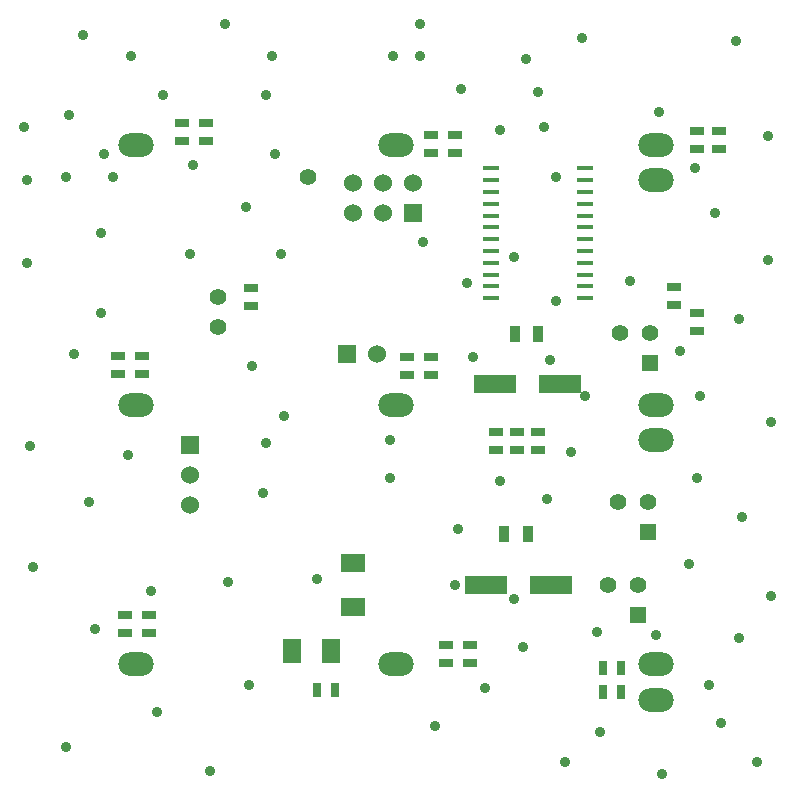
<source format=gts>
G04 (created by PCBNEW (2013-jul-07)-stable) date pon, 28 lis 2016, 06:01:28*
%MOIN*%
G04 Gerber Fmt 3.4, Leading zero omitted, Abs format*
%FSLAX34Y34*%
G01*
G70*
G90*
G04 APERTURE LIST*
%ADD10C,0.00393701*%
%ADD11R,0.055X0.055*%
%ADD12C,0.055*%
%ADD13R,0.0551X0.0138*%
%ADD14R,0.06X0.08*%
%ADD15R,0.08X0.06*%
%ADD16R,0.045X0.025*%
%ADD17R,0.025X0.045*%
%ADD18R,0.06X0.06*%
%ADD19C,0.06*%
%ADD20R,0.1417X0.063*%
%ADD21O,0.11811X0.0787402*%
%ADD22R,0.035X0.055*%
%ADD23C,0.0354331*%
G04 APERTURE END LIST*
G54D10*
G54D11*
X93300Y-43100D03*
G54D12*
X93300Y-42100D03*
X92300Y-42100D03*
G54D11*
X93216Y-48728D03*
G54D12*
X93216Y-47728D03*
X92216Y-47728D03*
G54D11*
X92900Y-51500D03*
G54D12*
X92900Y-50500D03*
X91900Y-50500D03*
G54D13*
X91141Y-40944D03*
X91141Y-40551D03*
X91141Y-40157D03*
X91141Y-39763D03*
X91141Y-39370D03*
X91141Y-38976D03*
X91141Y-38582D03*
X91141Y-38188D03*
X91141Y-37795D03*
X91141Y-37401D03*
X91141Y-37007D03*
X91141Y-36614D03*
X87992Y-36614D03*
X87992Y-37007D03*
X87992Y-37401D03*
X87992Y-37795D03*
X87992Y-38188D03*
X87992Y-38582D03*
X87992Y-38976D03*
X87992Y-39370D03*
X87992Y-39763D03*
X87992Y-40157D03*
X87992Y-40551D03*
X87992Y-40944D03*
G54D14*
X82650Y-52700D03*
X81350Y-52700D03*
G54D15*
X83400Y-51224D03*
X83400Y-49771D03*
G54D16*
X88150Y-46000D03*
X88150Y-45400D03*
X88850Y-46000D03*
X88850Y-45400D03*
X89550Y-46000D03*
X89550Y-45400D03*
X87300Y-52500D03*
X87300Y-53100D03*
G54D17*
X82200Y-54000D03*
X82800Y-54000D03*
G54D16*
X86500Y-52500D03*
X86500Y-53100D03*
X75800Y-51500D03*
X75800Y-52100D03*
X75557Y-42859D03*
X75557Y-43459D03*
G54D17*
X91747Y-54055D03*
X92347Y-54055D03*
G54D16*
X76357Y-42859D03*
X76357Y-43459D03*
G54D17*
X91747Y-53267D03*
X92347Y-53267D03*
G54D16*
X76600Y-51500D03*
X76600Y-52100D03*
X94881Y-41432D03*
X94881Y-42032D03*
X85200Y-42900D03*
X85200Y-43500D03*
X94094Y-40566D03*
X94094Y-41166D03*
X86000Y-42900D03*
X86000Y-43500D03*
X77702Y-35087D03*
X77702Y-35687D03*
X86800Y-36100D03*
X86800Y-35500D03*
X86000Y-36100D03*
X86000Y-35500D03*
X78502Y-35087D03*
X78502Y-35687D03*
X94881Y-35369D03*
X94881Y-35969D03*
X95590Y-35369D03*
X95590Y-35969D03*
X80000Y-41200D03*
X80000Y-40600D03*
G54D18*
X85400Y-38100D03*
G54D19*
X85400Y-37100D03*
X84400Y-38100D03*
X84400Y-37100D03*
X83400Y-38100D03*
X83400Y-37100D03*
G54D18*
X77952Y-45850D03*
G54D19*
X77952Y-46850D03*
X77952Y-47850D03*
G54D18*
X83200Y-42800D03*
G54D19*
X84200Y-42800D03*
G54D20*
X88117Y-43800D03*
X90283Y-43800D03*
X89983Y-50500D03*
X87817Y-50500D03*
G54D21*
X76181Y-53149D03*
X84842Y-53149D03*
X93503Y-53149D03*
X76181Y-44488D03*
X84842Y-44488D03*
X93503Y-44488D03*
X76181Y-35826D03*
X84842Y-35826D03*
X93503Y-35826D03*
X93503Y-37007D03*
X93503Y-45669D03*
X93503Y-54330D03*
G54D12*
X78900Y-41900D03*
X78900Y-40900D03*
X81900Y-36900D03*
G54D22*
X88425Y-48800D03*
X89234Y-48800D03*
X89548Y-42125D03*
X88798Y-42125D03*
G54D23*
X72539Y-37007D03*
X72539Y-39763D03*
X72637Y-45866D03*
X74606Y-47736D03*
X74803Y-51968D03*
X76673Y-50688D03*
X75885Y-46161D03*
X74114Y-42814D03*
X73818Y-36909D03*
X72440Y-35236D03*
X73917Y-34842D03*
X75984Y-32874D03*
X84744Y-32874D03*
X80708Y-32874D03*
X80511Y-34153D03*
X77066Y-34153D03*
X75098Y-36122D03*
X74409Y-32185D03*
X79133Y-31791D03*
X85629Y-31791D03*
X85629Y-32874D03*
X89173Y-32972D03*
X91043Y-32283D03*
X93602Y-34744D03*
X97244Y-35531D03*
X95472Y-38090D03*
X97244Y-39665D03*
X97342Y-45078D03*
X97342Y-50885D03*
X96850Y-56397D03*
X93700Y-56791D03*
X90452Y-56397D03*
X87795Y-53937D03*
X89074Y-52559D03*
X91535Y-52066D03*
X93503Y-52165D03*
X91633Y-55413D03*
X95669Y-55118D03*
X96259Y-52263D03*
X96358Y-48228D03*
X96259Y-41633D03*
X94980Y-44192D03*
X94881Y-46948D03*
X94586Y-49803D03*
X95275Y-53838D03*
X86122Y-55216D03*
X88779Y-50984D03*
X86909Y-48622D03*
X88287Y-47047D03*
X89862Y-47637D03*
X90649Y-46062D03*
X91141Y-44192D03*
X89960Y-43011D03*
X92618Y-40354D03*
X90157Y-41043D03*
X88779Y-39566D03*
X90157Y-36909D03*
X89763Y-35236D03*
X88287Y-35334D03*
X89566Y-34055D03*
X87007Y-33956D03*
X80807Y-36122D03*
X79822Y-37893D03*
X81003Y-39468D03*
X80511Y-45767D03*
X80413Y-47440D03*
X82185Y-50295D03*
X79232Y-50393D03*
X79921Y-53838D03*
X78641Y-56692D03*
X76870Y-54724D03*
X73818Y-55905D03*
X72736Y-49901D03*
X77952Y-39468D03*
X75393Y-36909D03*
X75000Y-41437D03*
X75000Y-38779D03*
X80019Y-43208D03*
X87401Y-42913D03*
X87204Y-40452D03*
X85728Y-39074D03*
X96161Y-32381D03*
X94783Y-36614D03*
X81102Y-44881D03*
X84645Y-45669D03*
X84645Y-46948D03*
X78051Y-36515D03*
X94291Y-42716D03*
X86811Y-50492D03*
M02*

</source>
